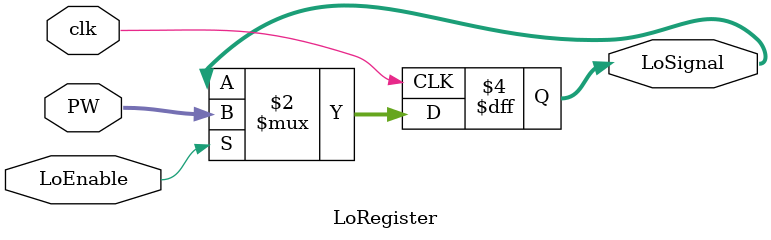
<source format=v>
module Sum_Logic_Box ( /*USED FOR CONDITIONAL TARGET ADDRESS CALCULATION*/
    input wire [8:0] First_Value, //PC+4
    input wire [15:0] Second_Value, //4*imm16

    output reg [15:0] Result
  );
  always@(First_Value || Second_Value)
  begin
    Result = First_Value + Second_Value;
  end
endmodule

module Plus_8_Logic_Box ( /*USED FOR CALCULATING PC + 8 ON ID STAGE*/
    input wire [31:0] PC,
    output reg [31:0] Result
  );
  always@(PC)
  begin
    Result = PC + 4'd8;
  end
endmodule

module Bitwise_AND_Logic_Box ( /*USED FOR CALCULATING UNCONDITIONAL TA*/
    input wire [8:0] PC,
    input wire [31:0] Second_Value, //Would be a Direct 32'hf0000000

    output reg [31:0] Result
  );
  always@(PC)
  begin
    Result = PC & Second_Value;
  end
endmodule

module Bitwise_OR_Logic_Box ( /*USED FOR CALCULATING UNCONDITIONAL TA*/
    input wire [31:0] AND_Output,
    input wire [31:0] Address26_x4_Output,

    output reg [31:0] Result
  );
  always@(AND_Output || Address26_x4_Output)
  begin
    Result = AND_Output | Address26_x4_Output;
  end
endmodule

module Times_Four_Logic_Box_Case_One( /*USED FOR Imm16 FOR CONDITIONAL TA*/
    input wire [15:0] Imm16,

    output reg [31:0] Result
  );

  wire [31:0] Imm16_extended;
  assign Imm16_extended = {{16{Imm16[15]}}, Imm16}; // Sign extension of imm16

  always@(*)
  begin
    Result = Imm16_extended * 3'd4;
  end
endmodule

module Times_Four_Logic_Box_Case_Two( /*USED FOR HANDLING Address26 FOR UNCONDITIONAL TA*/
    input wire [25:0] Address26,
    output reg [31:0] Result // Changed to 32-bit to hold the multiplication result
  );

  wire [31:0] Address26_extended;
  assign Address26_extended = {{6{Address26[25]}}, Address26}; // Sign extension of Address26

  always@(*)
  begin
    Result = Address26_extended * 4; // Multiplies by 4
  end
endmodule



module nPCLogicBox (
    input wire [8:0] nPC,
    output reg [8:0] result
  );
  always@(nPC)
  begin
    result = nPC + 9'd4;
  end
endmodule


module HiRegister (
    input clk,
    input HiEnable,
    input [31:0] PW,
    output reg [31:0] HiSignal
  );

  // Update HiSignal with PW on the rising edge of clk if HiEnable is high
  always @(posedge clk)
  begin
    if (HiEnable)
    begin
      HiSignal <= PW;
    end
  end

endmodule

module LoRegister (
    input clk,
    input LoEnable,
    input [31:0] PW,
    output reg [31:0] LoSignal
  );

  // Update LoSignal with PW on the rising edge of clk if LoEnable is high
  always @(posedge clk)
  begin
    if (LoEnable)
    begin
      LoSignal <= PW;
    end
  end

endmodule

</source>
